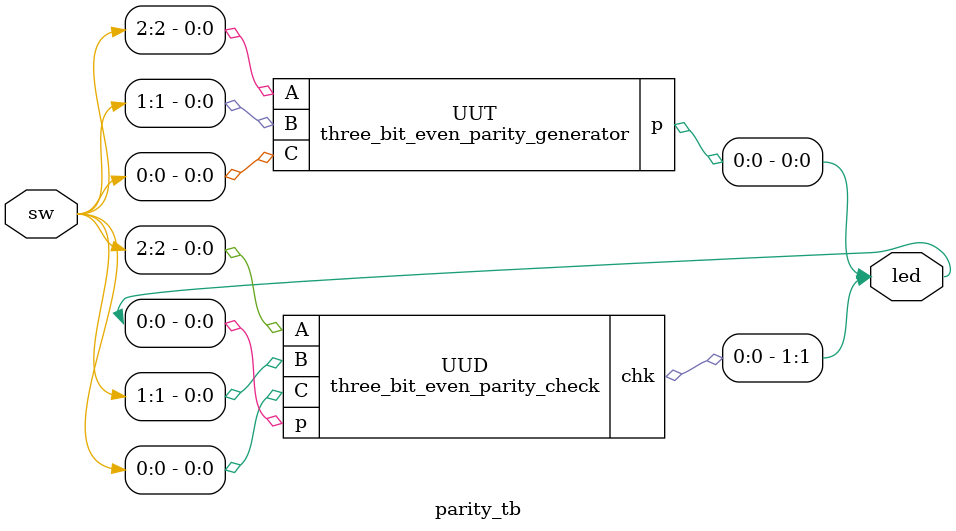
<source format=v>
module three_bit_even_parity_generator(p,A,B,C);
input A,B,C;
output p;
assign p=A^B^C;
endmodule
module three_bit_even_parity_check(p,A,B,C,chk);
input A,B,C,p;
output chk;
assign chk=(A^B)^(C^p);
endmodule
`timescale 1ns/1ps

module parity_tb(sw,led);
input [2:0] sw;
output [1:0] led;
wire p;
three_bit_even_parity_generator UUT(.p(led[0]),.A(sw[2]),.B(sw[1]),.C(sw[0]));
three_bit_even_parity_check UUD(.p(led[0]),.A(sw[2]),.B(sw[1]),.C(sw[0]),.chk(led[1]));
//three_bit_even_parity_generator UUT(.p(p),.A(sw[3]),.B(sw[2]),.C(sw[1]),.chk(led));
//three_bit_even_parity_check UUD(.p(p),.A(A),.B(B),.C(C),.chk(led));
endmodule

</source>
